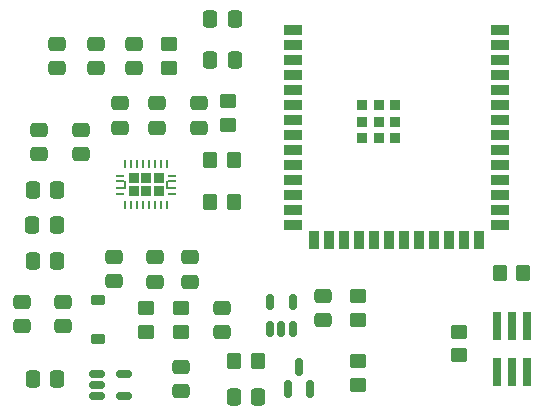
<source format=gtp>
%TF.GenerationSoftware,KiCad,Pcbnew,9.0.3*%
%TF.CreationDate,2025-09-14T12:06:08+10:00*%
%TF.ProjectId,WashingLineMonitor-P0001,57617368-696e-4674-9c69-6e654d6f6e69,AB*%
%TF.SameCoordinates,Original*%
%TF.FileFunction,Paste,Top*%
%TF.FilePolarity,Positive*%
%FSLAX46Y46*%
G04 Gerber Fmt 4.6, Leading zero omitted, Abs format (unit mm)*
G04 Created by KiCad (PCBNEW 9.0.3) date 2025-09-14 12:06:08*
%MOMM*%
%LPD*%
G01*
G04 APERTURE LIST*
G04 Aperture macros list*
%AMRoundRect*
0 Rectangle with rounded corners*
0 $1 Rounding radius*
0 $2 $3 $4 $5 $6 $7 $8 $9 X,Y pos of 4 corners*
0 Add a 4 corners polygon primitive as box body*
4,1,4,$2,$3,$4,$5,$6,$7,$8,$9,$2,$3,0*
0 Add four circle primitives for the rounded corners*
1,1,$1+$1,$2,$3*
1,1,$1+$1,$4,$5*
1,1,$1+$1,$6,$7*
1,1,$1+$1,$8,$9*
0 Add four rect primitives between the rounded corners*
20,1,$1+$1,$2,$3,$4,$5,0*
20,1,$1+$1,$4,$5,$6,$7,0*
20,1,$1+$1,$6,$7,$8,$9,0*
20,1,$1+$1,$8,$9,$2,$3,0*%
G04 Aperture macros list end*
%ADD10RoundRect,0.250000X-0.450000X0.350000X-0.450000X-0.350000X0.450000X-0.350000X0.450000X0.350000X0*%
%ADD11RoundRect,0.250000X0.337500X0.475000X-0.337500X0.475000X-0.337500X-0.475000X0.337500X-0.475000X0*%
%ADD12RoundRect,0.250000X0.475000X-0.337500X0.475000X0.337500X-0.475000X0.337500X-0.475000X-0.337500X0*%
%ADD13RoundRect,0.250000X-0.337500X-0.475000X0.337500X-0.475000X0.337500X0.475000X-0.337500X0.475000X0*%
%ADD14RoundRect,0.250000X-0.475000X0.337500X-0.475000X-0.337500X0.475000X-0.337500X0.475000X0.337500X0*%
%ADD15RoundRect,0.250000X0.450000X-0.350000X0.450000X0.350000X-0.450000X0.350000X-0.450000X-0.350000X0*%
%ADD16R,0.850000X0.920000*%
%ADD17R,0.250000X0.750000*%
%ADD18RoundRect,0.050400X0.324600X-0.069600X0.324600X0.069600X-0.324600X0.069600X-0.324600X-0.069600X0*%
%ADD19RoundRect,0.050400X0.069600X-0.324600X0.069600X0.324600X-0.069600X0.324600X-0.069600X-0.324600X0*%
%ADD20RoundRect,0.050000X0.325000X-0.050000X0.325000X0.050000X-0.325000X0.050000X-0.325000X-0.050000X0*%
%ADD21RoundRect,0.225000X0.375000X-0.225000X0.375000X0.225000X-0.375000X0.225000X-0.375000X-0.225000X0*%
%ADD22RoundRect,0.250000X-0.350000X-0.450000X0.350000X-0.450000X0.350000X0.450000X-0.350000X0.450000X0*%
%ADD23RoundRect,0.150000X0.150000X-0.512500X0.150000X0.512500X-0.150000X0.512500X-0.150000X-0.512500X0*%
%ADD24RoundRect,0.250000X0.350000X0.450000X-0.350000X0.450000X-0.350000X-0.450000X0.350000X-0.450000X0*%
%ADD25RoundRect,0.150000X-0.512500X-0.150000X0.512500X-0.150000X0.512500X0.150000X-0.512500X0.150000X0*%
%ADD26R,0.740000X2.400000*%
%ADD27R,1.500000X0.900000*%
%ADD28R,0.900000X1.500000*%
%ADD29R,0.900000X0.900000*%
%ADD30RoundRect,0.150000X0.150000X-0.587500X0.150000X0.587500X-0.150000X0.587500X-0.150000X-0.587500X0*%
G04 APERTURE END LIST*
D10*
%TO.C,R1*%
X78500000Y-50500000D03*
X78500000Y-52500000D03*
%TD*%
D11*
%TO.C,C1*%
X68037500Y-21500000D03*
X65962500Y-21500000D03*
%TD*%
D12*
%TO.C,C18*%
X53500000Y-47537500D03*
X53500000Y-45462500D03*
%TD*%
D13*
%TO.C,C5*%
X50962500Y-36000000D03*
X53037500Y-36000000D03*
%TD*%
D12*
%TO.C,C9*%
X65000000Y-30747500D03*
X65000000Y-28672500D03*
%TD*%
D14*
%TO.C,C19*%
X75500000Y-44962500D03*
X75500000Y-47037500D03*
%TD*%
D11*
%TO.C,C23*%
X70037500Y-53500000D03*
X67962500Y-53500000D03*
%TD*%
D14*
%TO.C,C22*%
X67000000Y-45962500D03*
X67000000Y-48037500D03*
%TD*%
D15*
%TO.C,R9*%
X62500000Y-25650000D03*
X62500000Y-23650000D03*
%TD*%
D10*
%TO.C,R3*%
X60500000Y-46000000D03*
X60500000Y-48000000D03*
%TD*%
D16*
%TO.C,U6*%
X59500000Y-36120000D03*
X60550000Y-36120000D03*
X61600000Y-36120000D03*
D17*
X58750000Y-35560000D03*
X62350000Y-35560000D03*
D16*
X59500000Y-35000000D03*
X60550000Y-35000000D03*
X61600000Y-35000000D03*
D18*
X58325000Y-36310000D03*
D19*
X58800000Y-37285000D03*
X59300000Y-37285000D03*
X59800000Y-37285000D03*
X60300000Y-37285000D03*
X60800000Y-37285000D03*
X61300000Y-37285000D03*
X61800000Y-37285000D03*
X62300000Y-37285000D03*
D18*
X62775000Y-36310000D03*
X62775000Y-34810000D03*
D19*
X62300000Y-33835000D03*
X61800000Y-33835000D03*
X61300000Y-33835000D03*
X60800000Y-33835000D03*
X60300000Y-33835000D03*
X59800000Y-33835000D03*
X59300000Y-33835000D03*
X58800000Y-33835000D03*
D18*
X58325000Y-34810000D03*
D20*
X58325000Y-35835000D03*
X62775000Y-35835000D03*
X58325000Y-35285000D03*
X62775000Y-35285000D03*
%TD*%
D13*
%TO.C,C3*%
X50962500Y-42000000D03*
X53037500Y-42000000D03*
%TD*%
D10*
%TO.C,R2*%
X87000000Y-48000000D03*
X87000000Y-50000000D03*
%TD*%
D12*
%TO.C,C11*%
X57800000Y-43747500D03*
X57800000Y-41672500D03*
%TD*%
D14*
%TO.C,C13*%
X61300000Y-41710000D03*
X61300000Y-43785000D03*
%TD*%
D21*
%TO.C,D1*%
X56500000Y-48650000D03*
X56500000Y-45350000D03*
%TD*%
D10*
%TO.C,R10*%
X67500000Y-28500000D03*
X67500000Y-30500000D03*
%TD*%
D14*
%TO.C,C14*%
X53000000Y-23612500D03*
X53000000Y-25687500D03*
%TD*%
D11*
%TO.C,C2*%
X68037500Y-25000000D03*
X65962500Y-25000000D03*
%TD*%
D13*
%TO.C,C4*%
X50925000Y-39000000D03*
X53000000Y-39000000D03*
%TD*%
D22*
%TO.C,R11*%
X68000000Y-50500000D03*
X70000000Y-50500000D03*
%TD*%
%TO.C,R5*%
X90500000Y-43000000D03*
X92500000Y-43000000D03*
%TD*%
D12*
%TO.C,C7*%
X51500000Y-33000000D03*
X51500000Y-30925000D03*
%TD*%
D15*
%TO.C,R6*%
X78500000Y-47000000D03*
X78500000Y-45000000D03*
%TD*%
D23*
%TO.C,U2*%
X71050000Y-47775000D03*
X72000000Y-47775000D03*
X72950000Y-47775000D03*
X72950000Y-45500000D03*
X71050000Y-45500000D03*
%TD*%
D12*
%TO.C,C17*%
X50000000Y-47537500D03*
X50000000Y-45462500D03*
%TD*%
D14*
%TO.C,C6*%
X55000000Y-30925000D03*
X55000000Y-33000000D03*
%TD*%
D13*
%TO.C,C20*%
X50962500Y-52000000D03*
X53037500Y-52000000D03*
%TD*%
D14*
%TO.C,C15*%
X59500000Y-23612500D03*
X59500000Y-25687500D03*
%TD*%
%TO.C,C21*%
X63500000Y-50962500D03*
X63500000Y-53037500D03*
%TD*%
D10*
%TO.C,R4*%
X63500000Y-46000000D03*
X63500000Y-48000000D03*
%TD*%
D24*
%TO.C,R8*%
X68000000Y-37000000D03*
X66000000Y-37000000D03*
%TD*%
D14*
%TO.C,C12*%
X64300000Y-41710000D03*
X64300000Y-43785000D03*
%TD*%
D12*
%TO.C,C10*%
X61500000Y-30747500D03*
X61500000Y-28672500D03*
%TD*%
D25*
%TO.C,U4*%
X56362500Y-51550000D03*
X56362500Y-52500000D03*
X56362500Y-53450000D03*
X58637500Y-53450000D03*
X58637500Y-51550000D03*
%TD*%
D14*
%TO.C,C16*%
X56310000Y-23612500D03*
X56310000Y-25687500D03*
%TD*%
D26*
%TO.C,J3*%
X90230000Y-51450000D03*
X90230000Y-47550000D03*
X91500000Y-51450000D03*
X91500000Y-47550000D03*
X92770000Y-51450000D03*
X92770000Y-47550000D03*
%TD*%
D27*
%TO.C,U1*%
X73000000Y-22500000D03*
X73000000Y-23770000D03*
X73000000Y-25040000D03*
X73000000Y-26310000D03*
X73000000Y-27580000D03*
X73000000Y-28850000D03*
X73000000Y-30120000D03*
X73000000Y-31390000D03*
X73000000Y-32660000D03*
X73000000Y-33930000D03*
X73000000Y-35200000D03*
X73000000Y-36470000D03*
X73000000Y-37740000D03*
X73000000Y-39010000D03*
D28*
X74765000Y-40260000D03*
X76035000Y-40260000D03*
X77305000Y-40260000D03*
X78575000Y-40260000D03*
X79845000Y-40260000D03*
X81115000Y-40260000D03*
X82385000Y-40260000D03*
X83655000Y-40260000D03*
X84925000Y-40260000D03*
X86195000Y-40260000D03*
X87465000Y-40260000D03*
X88735000Y-40260000D03*
D27*
X90500000Y-39010000D03*
X90500000Y-37740000D03*
X90500000Y-36470000D03*
X90500000Y-35200000D03*
X90500000Y-33930000D03*
X90500000Y-32660000D03*
X90500000Y-31390000D03*
X90500000Y-30120000D03*
X90500000Y-28850000D03*
X90500000Y-27580000D03*
X90500000Y-26310000D03*
X90500000Y-25040000D03*
X90500000Y-23770000D03*
X90500000Y-22500000D03*
D29*
X78850000Y-28820000D03*
X80250000Y-28820000D03*
X81650000Y-28820000D03*
X78850000Y-30220000D03*
X80250000Y-30220000D03*
X81650000Y-30220000D03*
X78850000Y-31620000D03*
X80250000Y-31620000D03*
X81650000Y-31620000D03*
%TD*%
D30*
%TO.C,D2*%
X72550000Y-52875000D03*
X74450000Y-52875000D03*
X73500000Y-51000000D03*
%TD*%
D12*
%TO.C,C8*%
X58300000Y-30747500D03*
X58300000Y-28672500D03*
%TD*%
D24*
%TO.C,R7*%
X68000000Y-33500000D03*
X66000000Y-33500000D03*
%TD*%
M02*

</source>
